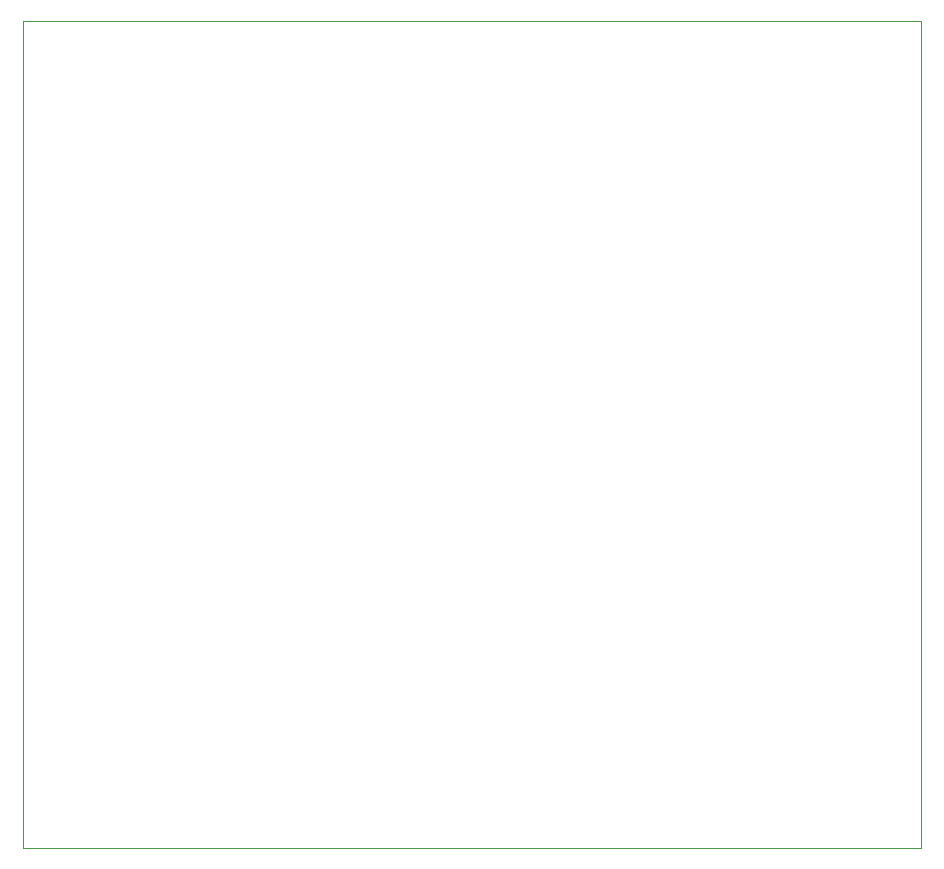
<source format=gbr>
%TF.GenerationSoftware,KiCad,Pcbnew,(6.0.4)*%
%TF.CreationDate,2024-03-21T15:28:48+01:00*%
%TF.ProjectId,Big7segDisplayDrv,42696737-7365-4674-9469-73706c617944,rev?*%
%TF.SameCoordinates,Original*%
%TF.FileFunction,Profile,NP*%
%FSLAX46Y46*%
G04 Gerber Fmt 4.6, Leading zero omitted, Abs format (unit mm)*
G04 Created by KiCad (PCBNEW (6.0.4)) date 2024-03-21 15:28:48*
%MOMM*%
%LPD*%
G01*
G04 APERTURE LIST*
%TA.AperFunction,Profile*%
%ADD10C,0.100000*%
%TD*%
G04 APERTURE END LIST*
D10*
X173400000Y-65300000D02*
X97400000Y-65300000D01*
X97400000Y-65300000D02*
X97400000Y-135300000D01*
X97400000Y-135300000D02*
X173400000Y-135300000D01*
X173400000Y-135300000D02*
X173400000Y-65300000D01*
M02*

</source>
